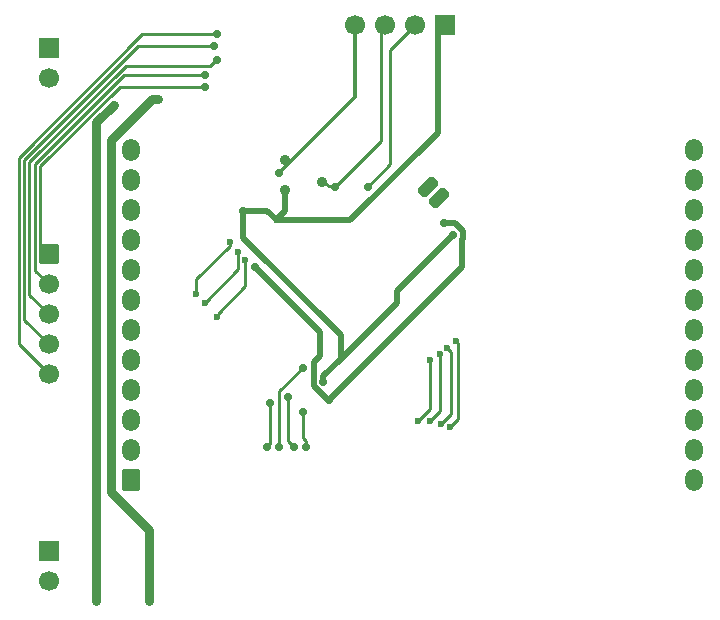
<source format=gbl>
G04*
G04 #@! TF.GenerationSoftware,Altium Limited,Altium Designer,19.1.5 (86)*
G04*
G04 Layer_Physical_Order=2*
G04 Layer_Color=16711680*
%FSLAX24Y24*%
%MOIN*%
G70*
G01*
G75*
%ADD11C,0.0197*%
%ADD13C,0.0100*%
%ADD59C,0.0118*%
%ADD60C,0.0295*%
G04:AMPARAMS|DCode=62|XSize=74.8mil|YSize=59.1mil|CornerRadius=7.4mil|HoleSize=0mil|Usage=FLASHONLY|Rotation=90.000|XOffset=0mil|YOffset=0mil|HoleType=Round|Shape=RoundedRectangle|*
%AMROUNDEDRECTD62*
21,1,0.0748,0.0443,0,0,90.0*
21,1,0.0600,0.0591,0,0,90.0*
1,1,0.0148,0.0221,0.0300*
1,1,0.0148,0.0221,-0.0300*
1,1,0.0148,-0.0221,-0.0300*
1,1,0.0148,-0.0221,0.0300*
%
%ADD62ROUNDEDRECTD62*%
%ADD63O,0.0591X0.0748*%
%ADD64R,0.0669X0.0669*%
%ADD65C,0.0669*%
%ADD66R,0.0669X0.0669*%
G04:AMPARAMS|DCode=67|XSize=70.9mil|YSize=39.4mil|CornerRadius=9.8mil|HoleSize=0mil|Usage=FLASHONLY|Rotation=45.000|XOffset=0mil|YOffset=0mil|HoleType=Round|Shape=RoundedRectangle|*
%AMROUNDEDRECTD67*
21,1,0.0709,0.0197,0,0,45.0*
21,1,0.0512,0.0394,0,0,45.0*
1,1,0.0197,0.0251,0.0111*
1,1,0.0197,-0.0111,-0.0251*
1,1,0.0197,-0.0251,-0.0111*
1,1,0.0197,0.0111,0.0251*
%
%ADD67ROUNDEDRECTD67*%
G04:AMPARAMS|DCode=68|XSize=66.9mil|YSize=66.9mil|CornerRadius=8.4mil|HoleSize=0mil|Usage=FLASHONLY|Rotation=270.000|XOffset=0mil|YOffset=0mil|HoleType=Round|Shape=RoundedRectangle|*
%AMROUNDEDRECTD68*
21,1,0.0669,0.0502,0,0,270.0*
21,1,0.0502,0.0669,0,0,270.0*
1,1,0.0167,-0.0251,-0.0251*
1,1,0.0167,-0.0251,0.0251*
1,1,0.0167,0.0251,0.0251*
1,1,0.0167,0.0251,-0.0251*
%
%ADD68ROUNDEDRECTD68*%
%ADD69C,0.0236*%
%ADD70C,0.0276*%
%ADD71C,0.0360*%
D11*
X20662Y20465D02*
X22539Y22343D01*
X22835Y21260D02*
Y22192D01*
X22854Y22212D01*
Y22473D01*
X22606Y22721D02*
X22854Y22473D01*
X22244Y22736D02*
X22259Y22721D01*
X19096Y22816D02*
X22024Y25744D01*
X16654Y22816D02*
X19096D01*
X16652D02*
X16654D01*
X16339Y23130D02*
X16652Y22816D01*
X16654D02*
Y22855D01*
X16929Y23130D01*
X15551Y22244D02*
Y23130D01*
X16339D01*
X18406Y16831D02*
X22835Y21260D01*
X22259Y22721D02*
X22606D01*
X22024Y25744D02*
Y29094D01*
X17894Y17291D02*
X18354Y16831D01*
X17894Y17291D02*
Y18091D01*
X18110Y18307D01*
X18354Y16831D02*
X18406D01*
X18209Y17421D02*
Y17618D01*
X18799Y18209D01*
X22024Y29094D02*
X22260Y29331D01*
X18799Y18209D02*
X20662Y20071D01*
Y20465D01*
X16929Y23130D02*
Y23819D01*
X15551Y22244D02*
X18799Y18996D01*
X15945Y21260D02*
X18110Y19094D01*
Y18307D02*
Y19094D01*
X18799Y18209D02*
Y18996D01*
D13*
X11623Y27972D02*
X14440D01*
X8413Y24762D02*
X11623Y27972D01*
X11420Y27264D02*
X14272D01*
X8780Y24623D02*
X11420Y27264D01*
X8780Y21961D02*
Y24623D01*
X11561Y27657D02*
X14272D01*
X8592Y24688D02*
X11561Y27657D01*
X8592Y21346D02*
Y24688D01*
X8413Y20327D02*
Y24762D01*
X12040Y28642D02*
X14567D01*
X8234Y24836D02*
X12040Y28642D01*
X8234Y19506D02*
Y24836D01*
X12181Y29035D02*
X14665D01*
X8056Y24910D02*
X12181Y29035D01*
X8056Y18685D02*
Y24910D01*
X8413Y20327D02*
X9055Y19685D01*
X8234Y19506D02*
X9055Y18685D01*
X8056Y18685D02*
X9055Y17685D01*
X8592Y21346D02*
X8611Y21326D01*
Y21129D02*
Y21326D01*
X8780Y21961D02*
X9055Y21685D01*
X22088Y16477D02*
Y18377D01*
X21752Y16142D02*
X22088Y16477D01*
X21762Y16545D02*
Y18179D01*
X21358Y16142D02*
X21762Y16545D01*
X15089Y21978D02*
Y22096D01*
X13976Y20866D02*
X15089Y21978D01*
X15377Y21184D02*
Y21775D01*
X20148Y29218D02*
X20260Y29331D01*
X20148Y25463D02*
Y29218D01*
X18602Y23917D02*
X20148Y25463D01*
X22441Y15945D02*
X22697Y16201D01*
X22344Y18567D02*
Y18574D01*
X22343Y18565D02*
X22344Y18567D01*
X22638Y18799D02*
X22697Y18740D01*
Y16201D02*
Y18740D01*
X16732Y17126D02*
X17520Y17913D01*
X16732Y15256D02*
Y17126D01*
X14440Y27972D02*
X14618Y28150D01*
X14665D01*
X8611Y21129D02*
X9055Y20685D01*
X20435Y24689D02*
Y28506D01*
X21260Y29331D01*
X19685Y23939D02*
X20435Y24689D01*
X18569Y23951D02*
X18602Y23917D01*
X18401Y23951D02*
X18569D01*
X18240Y24113D02*
X18401Y23951D01*
X18169Y24113D02*
X18240D01*
X16437Y15354D02*
Y16732D01*
X16339Y15256D02*
X16437Y15354D01*
X17618Y15256D02*
Y15453D01*
X17520Y15551D02*
X17618Y15453D01*
X17028Y15453D02*
Y16929D01*
Y15453D02*
X17224Y15256D01*
X17520Y15551D02*
Y16437D01*
X13976Y20374D02*
Y20866D01*
X15604Y20624D02*
Y21510D01*
X14691Y19711D02*
X15604Y20624D01*
X14272Y20079D02*
X15377Y21184D01*
X14665Y19587D02*
X14691Y19613D01*
Y19711D01*
X22471Y16369D02*
Y18437D01*
X22343Y18565D02*
X22471Y18437D01*
X22146Y16043D02*
X22471Y16369D01*
D59*
X16732Y24409D02*
X19260Y26937D01*
Y29331D01*
D60*
X10630Y12500D02*
Y26083D01*
X11220Y26673D01*
X10630Y10138D02*
Y12500D01*
X12500Y26870D02*
X12697D01*
X11122Y25492D02*
X12500Y26870D01*
X11122Y13780D02*
Y25492D01*
Y13780D02*
X12402Y12500D01*
Y10138D02*
Y12500D01*
D62*
X11811Y14157D02*
D03*
D63*
X30561D02*
D03*
Y15157D02*
D03*
Y16157D02*
D03*
Y17157D02*
D03*
Y18157D02*
D03*
Y19157D02*
D03*
Y20157D02*
D03*
Y21157D02*
D03*
Y22157D02*
D03*
Y23157D02*
D03*
Y24157D02*
D03*
Y25157D02*
D03*
X11811D02*
D03*
Y24157D02*
D03*
Y23157D02*
D03*
Y22157D02*
D03*
Y21157D02*
D03*
Y20157D02*
D03*
Y19157D02*
D03*
Y18157D02*
D03*
Y17157D02*
D03*
Y16157D02*
D03*
Y15157D02*
D03*
D64*
X22260Y29331D02*
D03*
D65*
X21260D02*
D03*
X20260D02*
D03*
X19260D02*
D03*
X9055Y10811D02*
D03*
Y27559D02*
D03*
Y17685D02*
D03*
Y19685D02*
D03*
Y18685D02*
D03*
Y20685D02*
D03*
D66*
Y11811D02*
D03*
Y28559D02*
D03*
D67*
X22070Y23564D02*
D03*
X21717Y23918D02*
D03*
D68*
X9055Y21685D02*
D03*
D69*
X22088Y18377D02*
D03*
X21762Y18179D02*
D03*
X15089Y22096D02*
D03*
X16654Y22816D02*
D03*
X15377Y21775D02*
D03*
X22441Y15945D02*
D03*
X22344Y18574D02*
D03*
X12697Y26870D02*
D03*
X15604Y21510D02*
D03*
X14272Y20079D02*
D03*
X22638Y18799D02*
D03*
X13976Y20374D02*
D03*
X14665Y19587D02*
D03*
X21358Y16142D02*
D03*
X21752D02*
D03*
X22146Y16043D02*
D03*
D70*
X22539Y22343D02*
D03*
X22244Y22736D02*
D03*
X15551Y23130D02*
D03*
X18209Y17421D02*
D03*
X17520Y17913D02*
D03*
X10630Y10138D02*
D03*
Y12500D02*
D03*
X11220Y26673D02*
D03*
X14567Y28642D02*
D03*
X14665Y28150D02*
D03*
X14665Y29035D02*
D03*
X14272Y27264D02*
D03*
X14272Y27657D02*
D03*
X19685Y23939D02*
D03*
X16732Y24409D02*
D03*
X18602Y23917D02*
D03*
X16339Y15256D02*
D03*
X17618D02*
D03*
X17224D02*
D03*
X16732D02*
D03*
X16437Y16732D02*
D03*
X17028Y16929D02*
D03*
X17520Y16437D02*
D03*
X15945Y21260D02*
D03*
X18406Y16831D02*
D03*
X12402Y12500D02*
D03*
Y10138D02*
D03*
D71*
X18169Y24113D02*
D03*
X16929Y23819D02*
D03*
X16929Y24843D02*
D03*
M02*

</source>
